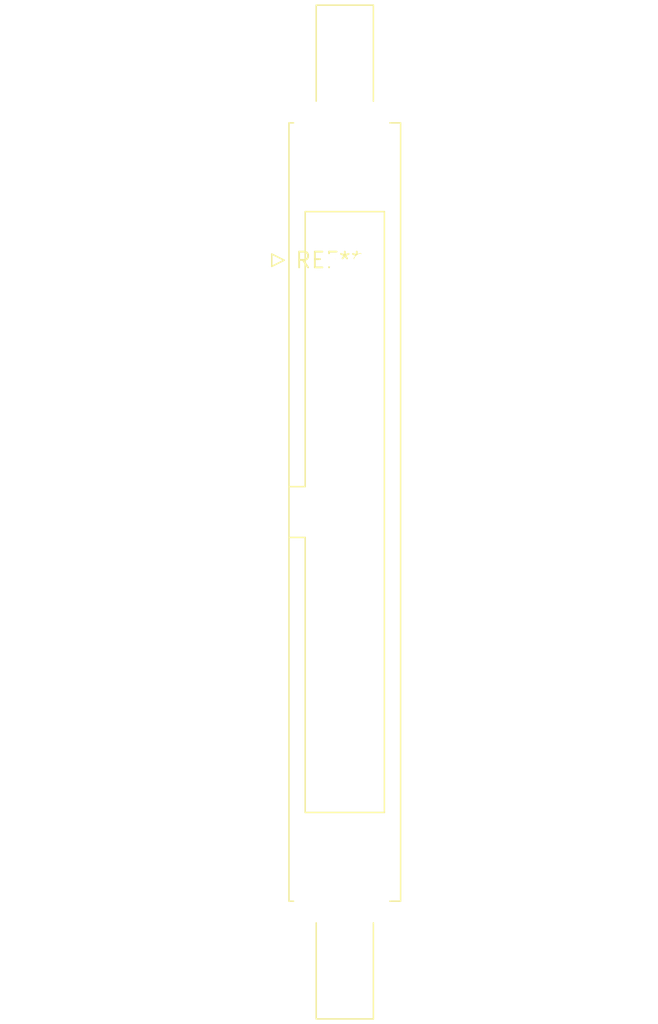
<source format=kicad_pcb>
(kicad_pcb (version 20240108) (generator pcbnew)
  (layers (0 "F.Cu" signal) (31 "B.Cu" signal) (34 "B.Paste" user) (35 "F.Paste" user) (36 "B.SilkS" user "B.Silkscreen") (37 "F.SilkS" user "F.Silkscreen") (38 "B.Mask" user) (39 "F.Mask" user) (44 "Edge.Cuts" user))
  (net 0 "")
  (footprint "IDC-Header_2x17-1MP_P2.54mm_Latch9.5mm_Vertical" (layer "F.Cu") (at 0 0)
    (property "Reference" "REF**")
    (property "Value" "IDC-Header_2x17-1MP_P2.54mm_Latch9.5mm_Vertical")
    (fp_line (start -4.63 -0.5) (end -4.63 0.5) (layer "F.SilkS") (stroke (width 0.12)))
    (fp_line (start -4.63 0.5) (end -3.63 0) (layer "F.SilkS") (stroke (width 0.12)))
    (fp_line (start -3.63 0) (end -4.63 -0.5) (layer "F.SilkS") (stroke (width 0.12)))
    (fp_line (start -3.24 -11.08) (end -3.24 51.72) (layer "F.SilkS") (stroke (width 0.12)))
    (fp_line (start -3.24 18.27) (end -1.93 18.27) (layer "F.SilkS") (stroke (width 0.12)))
    (fp_line (start -3.24 51.72) (end -2.87 51.72) (layer "F.SilkS") (stroke (width 0.12)))
    (fp_line (start -2.87 -11.08) (end -3.24 -11.08) (layer "F.SilkS") (stroke (width 0.12)))
    (fp_line (start -1.93 -3.92) (end 4.47 -3.92) (layer "F.SilkS") (stroke (width 0.12)))
    (fp_line (start -1.93 18.27) (end -1.93 -3.92) (layer "F.SilkS") (stroke (width 0.12)))
    (fp_line (start -1.93 22.37) (end -3.24 22.37) (layer "F.SilkS") (stroke (width 0.12)))
    (fp_line (start -1.93 22.37) (end -1.93 22.37) (layer "F.SilkS") (stroke (width 0.12)))
    (fp_line (start -1.93 44.56) (end -1.93 22.37) (layer "F.SilkS") (stroke (width 0.12)))
    (fp_line (start -1.04 -20.58) (end 3.58 -20.58) (layer "F.SilkS") (stroke (width 0.12)))
    (fp_line (start -1.04 -12.83) (end -1.04 -20.58) (layer "F.SilkS") (stroke (width 0.12)))
    (fp_line (start -1.04 53.47) (end -1.04 61.22) (layer "F.SilkS") (stroke (width 0.12)))
    (fp_line (start -1.04 61.22) (end 3.58 61.22) (layer "F.SilkS") (stroke (width 0.12)))
    (fp_line (start 3.58 -20.58) (end 3.58 -12.83) (layer "F.SilkS") (stroke (width 0.12)))
    (fp_line (start 3.58 61.22) (end 3.58 53.47) (layer "F.SilkS") (stroke (width 0.12)))
    (fp_line (start 4.47 -3.92) (end 4.47 44.56) (layer "F.SilkS") (stroke (width 0.12)))
    (fp_line (start 4.47 44.56) (end -1.93 44.56) (layer "F.SilkS") (stroke (width 0.12)))
    (fp_line (start 4.91 -11.08) (end 5.78 -11.08) (layer "F.SilkS") (stroke (width 0.12)))
    (fp_line (start 5.78 -11.08) (end 5.78 51.72) (layer "F.SilkS") (stroke (width 0.12)))
    (fp_line (start 5.78 51.72) (end 4.91 51.72) (layer "F.SilkS") (stroke (width 0.12)))
    (pad "1" thru_hole roundrect (at 0 0) (size 1.7 1.7) (drill 1) (layers *.Cu *.Mask) (remove_unused_layers) (roundrect_rratio 0.147059))
    (pad "2" thru_hole circle (at 2.54 0) (size 1.7 1.7) (drill 1) (layers *.Cu *.Mask) (remove_unused_layers))
    (pad "3" thru_hole circle (at 0 2.54) (size 1.7 1.7) (drill 1) (layers *.Cu *.Mask) (remove_unused_layers))
    (pad "4" thru_hole circle (at 2.54 2.54) (size 1.7 1.7) (drill 1) (layers *.Cu *.Mask) (remove_unused_layers))
    (pad "5" thru_hole circle (at 0 5.08) (size 1.7 1.7) (drill 1) (layers *.Cu *.Mask) (remove_unused_layers))
    (pad "6" thru_hole circle (at 2.54 5.08) (size 1.7 1.7) (drill 1) (layers *.Cu *.Mask) (remove_unused_layers))
    (pad "7" thru_hole circle (at 0 7.62) (size 1.7 1.7) (drill 1) (layers *.Cu *.Mask) (remove_unused_layers))
    (pad "8" thru_hole circle (at 2.54 7.62) (size 1.7 1.7) (drill 1) (layers *.Cu *.Mask) (remove_unused_layers))
    (pad "9" thru_hole circle (at 0 10.16) (size 1.7 1.7) (drill 1) (layers *.Cu *.Mask) (remove_unused_layers))
    (pad "10" thru_hole circle (at 2.54 10.16) (size 1.7 1.7) (drill 1) (layers *.Cu *.Mask) (remove_unused_layers))
    (pad "11" thru_hole circle (at 0 12.7) (size 1.7 1.7) (drill 1) (layers *.Cu *.Mask) (remove_unused_layers))
    (pad "12" thru_hole circle (at 2.54 12.7) (size 1.7 1.7) (drill 1) (layers *.Cu *.Mask) (remove_unused_layers))
    (pad "13" thru_hole circle (at 0 15.24) (size 1.7 1.7) (drill 1) (layers *.Cu *.Mask) (remove_unused_layers))
    (pad "14" thru_hole circle (at 2.54 15.24) (size 1.7 1.7) (drill 1) (layers *.Cu *.Mask) (remove_unused_layers))
    (pad "15" thru_hole circle (at 0 17.78) (size 1.7 1.7) (drill 1) (layers *.Cu *.Mask) (remove_unused_layers))
    (pad "16" thru_hole circle (at 2.54 17.78) (size 1.7 1.7) (drill 1) (layers *.Cu *.Mask) (remove_unused_layers))
    (pad "17" thru_hole circle (at 0 20.32) (size 1.7 1.7) (drill 1) (layers *.Cu *.Mask) (remove_unused_layers))
    (pad "18" thru_hole circle (at 2.54 20.32) (size 1.7 1.7) (drill 1) (layers *.Cu *.Mask) (remove_unused_layers))
    (pad "19" thru_hole circle (at 0 22.86) (size 1.7 1.7) (drill 1) (layers *.Cu *.Mask) (remove_unused_layers))
    (pad "20" thru_hole circle (at 2.54 22.86) (size 1.7 1.7) (drill 1) (layers *.Cu *.Mask) (remove_unused_layers))
    (pad "21" thru_hole circle (at 0 25.4) (size 1.7 1.7) (drill 1) (layers *.Cu *.Mask) (remove_unused_layers))
    (pad "22" thru_hole circle (at 2.54 25.4) (size 1.7 1.7) (drill 1) (layers *.Cu *.Mask) (remove_unused_layers))
    (pad "23" thru_hole circle (at 0 27.94) (size 1.7 1.7) (drill 1) (layers *.Cu *.Mask) (remove_unused_layers))
    (pad "24" thru_hole circle (at 2.54 27.94) (size 1.7 1.7) (drill 1) (layers *.Cu *.Mask) (remove_unused_layers))
    (pad "25" thru_hole circle (at 0 30.48) (size 1.7 1.7) (drill 1) (layers *.Cu *.Mask) (remove_unused_layers))
    (pad "26" thru_hole circle (at 2.54 30.48) (size 1.7 1.7) (drill 1) (layers *.Cu *.Mask) (remove_unused_layers))
    (pad "27" thru_hole circle (at 0 33.02) (size 1.7 1.7) (drill 1) (layers *.Cu *.Mask) (remove_unused_layers))
    (pad "28" thru_hole circle (at 2.54 33.02) (size 1.7 1.7) (drill 1) (layers *.Cu *.Mask) (remove_unused_layers))
    (pad "29" thru_hole circle (at 0 35.56) (size 1.7 1.7) (drill 1) (layers *.Cu *.Mask) (remove_unused_layers))
    (pad "30" thru_hole circle (at 2.54 35.56) (size 1.7 1.7) (drill 1) (layers *.Cu *.Mask) (remove_unused_layers))
    (pad "31" thru_hole circle (at 0 38.1) (size 1.7 1.7) (drill 1) (layers *.Cu *.Mask) (remove_unused_layers))
    (pad "32" thru_hole circle (at 2.54 38.1) (size 1.7 1.7) (drill 1) (layers *.Cu *.Mask) (remove_unused_layers))
    (pad "33" thru_hole circle (at 0 40.64) (size 1.7 1.7) (drill 1) (layers *.Cu *.Mask) (remove_unused_layers))
    (pad "34" thru_hole circle (at 2.54 40.64) (size 1.7 1.7) (drill 1) (layers *.Cu *.Mask) (remove_unused_layers))
    (pad "MP" thru_hole circle (at 1.02 -8.94) (size 8 8) (drill 2.69) (layers *.Cu *.Mask) (remove_unused_layers))
    (pad "MP" thru_hole circle (at 1.02 49.58) (size 8 8) (drill 2.69) (layers *.Cu *.Mask) (remove_unused_layers))
  )
)
</source>
